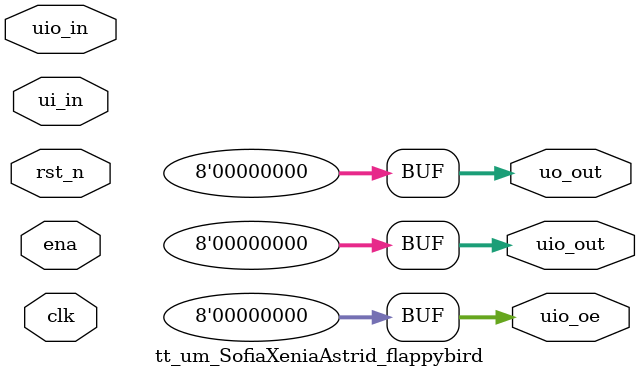
<source format=v>
module tt_um_SofiaXeniaAstrid_flappybird (
    input  [7:0] ui_in,
    output [7:0] uo_out,
    input  [7:0] uio_in,
    output [7:0] uio_out,
    output [7:0] uio_oe,
    input  ena,
    input  clk,
    input  rst_n
);
    // TODO: game logic here
    assign uio_out = 8'b0;
    assign uio_oe  = 8'b0;
    assign uo_out  = 8'b0;
endmodule

</source>
